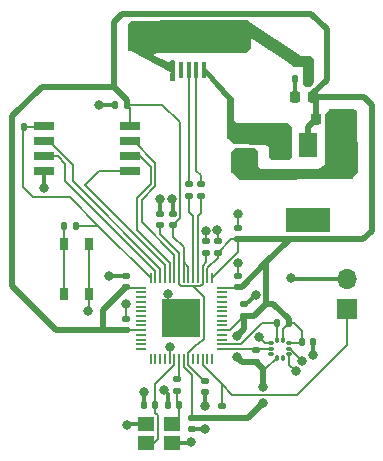
<source format=gbr>
%TF.GenerationSoftware,KiCad,Pcbnew,7.0.8*%
%TF.CreationDate,2024-09-28T20:52:04-07:00*%
%TF.ProjectId,proves_pcb_challenge,70726f76-6573-45f7-9063-625f6368616c,rev?*%
%TF.SameCoordinates,Original*%
%TF.FileFunction,Copper,L1,Top*%
%TF.FilePolarity,Positive*%
%FSLAX46Y46*%
G04 Gerber Fmt 4.6, Leading zero omitted, Abs format (unit mm)*
G04 Created by KiCad (PCBNEW 7.0.8) date 2024-09-28 20:52:04*
%MOMM*%
%LPD*%
G01*
G04 APERTURE LIST*
G04 Aperture macros list*
%AMRoundRect*
0 Rectangle with rounded corners*
0 $1 Rounding radius*
0 $2 $3 $4 $5 $6 $7 $8 $9 X,Y pos of 4 corners*
0 Add a 4 corners polygon primitive as box body*
4,1,4,$2,$3,$4,$5,$6,$7,$8,$9,$2,$3,0*
0 Add four circle primitives for the rounded corners*
1,1,$1+$1,$2,$3*
1,1,$1+$1,$4,$5*
1,1,$1+$1,$6,$7*
1,1,$1+$1,$8,$9*
0 Add four rect primitives between the rounded corners*
20,1,$1+$1,$2,$3,$4,$5,0*
20,1,$1+$1,$4,$5,$6,$7,0*
20,1,$1+$1,$6,$7,$8,$9,0*
20,1,$1+$1,$8,$9,$2,$3,0*%
G04 Aperture macros list end*
%TA.AperFunction,SMDPad,CuDef*%
%ADD10RoundRect,0.135000X-0.185000X0.135000X-0.185000X-0.135000X0.185000X-0.135000X0.185000X0.135000X0*%
%TD*%
%TA.AperFunction,SMDPad,CuDef*%
%ADD11RoundRect,0.135000X-0.135000X-0.185000X0.135000X-0.185000X0.135000X0.185000X-0.135000X0.185000X0*%
%TD*%
%TA.AperFunction,SMDPad,CuDef*%
%ADD12RoundRect,0.135000X0.135000X0.185000X-0.135000X0.185000X-0.135000X-0.185000X0.135000X-0.185000X0*%
%TD*%
%TA.AperFunction,SMDPad,CuDef*%
%ADD13RoundRect,0.135000X0.185000X-0.135000X0.185000X0.135000X-0.185000X0.135000X-0.185000X-0.135000X0*%
%TD*%
%TA.AperFunction,SMDPad,CuDef*%
%ADD14RoundRect,0.140000X0.170000X-0.140000X0.170000X0.140000X-0.170000X0.140000X-0.170000X-0.140000X0*%
%TD*%
%TA.AperFunction,ComponentPad*%
%ADD15R,1.700000X1.700000*%
%TD*%
%TA.AperFunction,ComponentPad*%
%ADD16O,1.700000X1.700000*%
%TD*%
%TA.AperFunction,SMDPad,CuDef*%
%ADD17R,0.650000X1.050000*%
%TD*%
%TA.AperFunction,SMDPad,CuDef*%
%ADD18RoundRect,0.225000X-0.225000X-0.250000X0.225000X-0.250000X0.225000X0.250000X-0.225000X0.250000X0*%
%TD*%
%TA.AperFunction,SMDPad,CuDef*%
%ADD19R,1.700000X0.650000*%
%TD*%
%TA.AperFunction,SMDPad,CuDef*%
%ADD20RoundRect,0.087500X-0.087500X0.125000X-0.087500X-0.125000X0.087500X-0.125000X0.087500X0.125000X0*%
%TD*%
%TA.AperFunction,SMDPad,CuDef*%
%ADD21RoundRect,0.087500X-0.125000X0.087500X-0.125000X-0.087500X0.125000X-0.087500X0.125000X0.087500X0*%
%TD*%
%TA.AperFunction,SMDPad,CuDef*%
%ADD22RoundRect,0.140000X0.140000X0.170000X-0.140000X0.170000X-0.140000X-0.170000X0.140000X-0.170000X0*%
%TD*%
%TA.AperFunction,SMDPad,CuDef*%
%ADD23RoundRect,0.140000X-0.170000X0.140000X-0.170000X-0.140000X0.170000X-0.140000X0.170000X0.140000X0*%
%TD*%
%TA.AperFunction,SMDPad,CuDef*%
%ADD24RoundRect,0.218750X-0.218750X-0.256250X0.218750X-0.256250X0.218750X0.256250X-0.218750X0.256250X0*%
%TD*%
%TA.AperFunction,SMDPad,CuDef*%
%ADD25RoundRect,0.225000X-0.250000X0.225000X-0.250000X-0.225000X0.250000X-0.225000X0.250000X0.225000X0*%
%TD*%
%TA.AperFunction,SMDPad,CuDef*%
%ADD26R,1.400000X1.200000*%
%TD*%
%TA.AperFunction,SMDPad,CuDef*%
%ADD27R,0.400000X1.400000*%
%TD*%
%TA.AperFunction,SMDPad,CuDef*%
%ADD28R,2.300000X1.900000*%
%TD*%
%TA.AperFunction,SMDPad,CuDef*%
%ADD29R,1.800000X1.900000*%
%TD*%
%TA.AperFunction,SMDPad,CuDef*%
%ADD30RoundRect,0.140000X-0.140000X-0.170000X0.140000X-0.170000X0.140000X0.170000X-0.140000X0.170000X0*%
%TD*%
%TA.AperFunction,SMDPad,CuDef*%
%ADD31R,1.500000X2.000000*%
%TD*%
%TA.AperFunction,SMDPad,CuDef*%
%ADD32R,3.800000X2.000000*%
%TD*%
%TA.AperFunction,SMDPad,CuDef*%
%ADD33RoundRect,0.050000X-0.387500X-0.050000X0.387500X-0.050000X0.387500X0.050000X-0.387500X0.050000X0*%
%TD*%
%TA.AperFunction,SMDPad,CuDef*%
%ADD34RoundRect,0.050000X-0.050000X-0.387500X0.050000X-0.387500X0.050000X0.387500X-0.050000X0.387500X0*%
%TD*%
%TA.AperFunction,SMDPad,CuDef*%
%ADD35R,3.200000X3.200000*%
%TD*%
%TA.AperFunction,ViaPad*%
%ADD36C,0.800000*%
%TD*%
%TA.AperFunction,Conductor*%
%ADD37C,0.300000*%
%TD*%
%TA.AperFunction,Conductor*%
%ADD38C,0.200000*%
%TD*%
%TA.AperFunction,Conductor*%
%ADD39C,0.500000*%
%TD*%
G04 APERTURE END LIST*
D10*
%TO.P,R8,1*%
%TO.N,/RUN*%
X137400000Y-109900000D03*
%TO.P,R8,2*%
%TO.N,+3V3*%
X137400000Y-110920000D03*
%TD*%
D11*
%TO.P,R9,1*%
%TO.N,Net-(R9-Pad1)*%
X124080000Y-94700000D03*
%TO.P,R9,2*%
%TO.N,/QSPI_SS*%
X125100000Y-94700000D03*
%TD*%
D12*
%TO.P,R1,1*%
%TO.N,GND*%
X144620000Y-82200000D03*
%TO.P,R1,2*%
%TO.N,Net-(D1-K)*%
X143600000Y-82200000D03*
%TD*%
D13*
%TO.P,R3,1*%
%TO.N,Net-(C16-Pad2)*%
X133600000Y-108620000D03*
%TO.P,R3,2*%
%TO.N,/XOUT*%
X133600000Y-107600000D03*
%TD*%
D14*
%TO.P,C13,1*%
%TO.N,+3V3*%
X138800000Y-99860000D03*
%TO.P,C13,2*%
%TO.N,GND*%
X138800000Y-98900000D03*
%TD*%
D15*
%TO.P,J3,1,Pin_1*%
%TO.N,/RUN*%
X148000000Y-101740000D03*
D16*
%TO.P,J3,2,Pin_2*%
%TO.N,GND*%
X148000000Y-99200000D03*
%TD*%
D10*
%TO.P,R6,1*%
%TO.N,/GPIO18(SDA)*%
X140300000Y-105200000D03*
%TO.P,R6,2*%
%TO.N,+3V3*%
X140300000Y-106220000D03*
%TD*%
%TO.P,R5,1*%
%TO.N,/USB_D+*%
X134630000Y-91150000D03*
%TO.P,R5,2*%
%TO.N,Net-(U2-USB_DP)*%
X134630000Y-92170000D03*
%TD*%
D17*
%TO.P,SW1,1,1*%
%TO.N,GND*%
X126200000Y-96250000D03*
X126200000Y-100400000D03*
%TO.P,SW1,2,2*%
%TO.N,Net-(R9-Pad1)*%
X124050000Y-96250000D03*
X124050000Y-100400000D03*
%TD*%
D14*
%TO.P,C3,1*%
%TO.N,+1V1*%
X136080000Y-96930000D03*
%TO.P,C3,2*%
%TO.N,GND*%
X136080000Y-95970000D03*
%TD*%
D18*
%TO.P,C2,1*%
%TO.N,+3V3*%
X145400000Y-85600000D03*
%TO.P,C2,2*%
%TO.N,GND*%
X146950000Y-85600000D03*
%TD*%
D14*
%TO.P,C8,1*%
%TO.N,+3V3*%
X139300000Y-102280000D03*
%TO.P,C8,2*%
%TO.N,GND*%
X139300000Y-101320000D03*
%TD*%
D19*
%TO.P,U3,1,~{CS}*%
%TO.N,/QSPI_SS*%
X122350000Y-86250000D03*
%TO.P,U3,2,D0(IO1)*%
%TO.N,/QSPI_SD1*%
X122350000Y-87520000D03*
%TO.P,U3,3,IO2*%
%TO.N,/QSPI_SD2*%
X122350000Y-88790000D03*
%TO.P,U3,4,GND*%
%TO.N,GND*%
X122350000Y-90060000D03*
%TO.P,U3,5,D1(IO0)*%
%TO.N,/QSPI_SDO*%
X129650000Y-90060000D03*
%TO.P,U3,6,CLK*%
%TO.N,/QSPI_SCLK*%
X129650000Y-88790000D03*
%TO.P,U3,7,IO3*%
%TO.N,/QSPI_SD3*%
X129650000Y-87520000D03*
%TO.P,U3,8,VCC*%
%TO.N,+3V3*%
X129650000Y-86250000D03*
%TD*%
D20*
%TO.P,U4,1,Vdd_IO*%
%TO.N,+3V3*%
X142600000Y-104300000D03*
%TO.P,U4,2,SCL*%
%TO.N,/GPIO19(SCL)*%
X142100000Y-104300000D03*
D21*
%TO.P,U4,3,RES*%
%TO.N,GND*%
X141587500Y-104562500D03*
%TO.P,U4,4,SDA*%
%TO.N,/GPIO18(SDA)*%
X141587500Y-105062500D03*
%TO.P,U4,5,SA0*%
%TO.N,unconnected-(U4-SA0-Pad5)*%
X141587500Y-105562500D03*
D20*
%TO.P,U4,6,~{CS}*%
%TO.N,+3V3*%
X142100000Y-105825000D03*
%TO.P,U4,7,INT_DRDY*%
%TO.N,unconnected-(U4-INT_DRDY-Pad7)*%
X142600000Y-105825000D03*
D21*
%TO.P,U4,8,GND*%
%TO.N,GND*%
X143112500Y-105562500D03*
%TO.P,U4,9,GND*%
X143112500Y-105062500D03*
%TO.P,U4,10,VDD*%
%TO.N,+3V3*%
X143112500Y-104562500D03*
%TD*%
D14*
%TO.P,C6,1*%
%TO.N,+3V3*%
X137080000Y-96930000D03*
%TO.P,C6,2*%
%TO.N,GND*%
X137080000Y-95970000D03*
%TD*%
D22*
%TO.P,C14,1*%
%TO.N,+3V3*%
X129380000Y-84400000D03*
%TO.P,C14,2*%
%TO.N,GND*%
X128420000Y-84400000D03*
%TD*%
D23*
%TO.P,C5,1*%
%TO.N,+1V1*%
X136000000Y-107800000D03*
%TO.P,C5,2*%
%TO.N,GND*%
X136000000Y-108760000D03*
%TD*%
D14*
%TO.P,C12,1*%
%TO.N,+3V3*%
X138800000Y-95800000D03*
%TO.P,C12,2*%
%TO.N,GND*%
X138800000Y-94840000D03*
%TD*%
D24*
%TO.P,D1,1,K*%
%TO.N,Net-(D1-K)*%
X143600000Y-83800000D03*
%TO.P,D1,2,A*%
%TO.N,+3V3*%
X145175000Y-83800000D03*
%TD*%
D12*
%TO.P,R2,1*%
%TO.N,/QSPI_SS*%
X120710000Y-86300000D03*
%TO.P,R2,2*%
%TO.N,+3V3*%
X119690000Y-86300000D03*
%TD*%
D14*
%TO.P,C11,1*%
%TO.N,+3V3*%
X129300000Y-99880000D03*
%TO.P,C11,2*%
%TO.N,GND*%
X129300000Y-98920000D03*
%TD*%
D11*
%TO.P,R7,1*%
%TO.N,/GPIO19(SCL)*%
X142080000Y-102900000D03*
%TO.P,R7,2*%
%TO.N,+3V3*%
X143100000Y-102900000D03*
%TD*%
D10*
%TO.P,R4,1*%
%TO.N,/USB_D-*%
X135630000Y-91150000D03*
%TO.P,R4,2*%
%TO.N,Net-(U2-USB_DM)*%
X135630000Y-92170000D03*
%TD*%
D25*
%TO.P,C1,1*%
%TO.N,VBUS*%
X139300000Y-87200000D03*
%TO.P,C1,2*%
%TO.N,GND*%
X139300000Y-88750000D03*
%TD*%
D14*
%TO.P,C7,1*%
%TO.N,+3V3*%
X133300000Y-94600000D03*
%TO.P,C7,2*%
%TO.N,GND*%
X133300000Y-93640000D03*
%TD*%
D26*
%TO.P,Y1,1,1*%
%TO.N,/XIN*%
X131000000Y-113050000D03*
%TO.P,Y1,2,2*%
%TO.N,GND*%
X133200000Y-113050000D03*
%TO.P,Y1,3,3*%
%TO.N,Net-(C16-Pad2)*%
X133200000Y-111450000D03*
%TO.P,Y1,4,4*%
%TO.N,GND*%
X131000000Y-111450000D03*
%TD*%
D27*
%TO.P,J1,1,VBUS*%
%TO.N,VBUS*%
X135920000Y-81490000D03*
%TO.P,J1,2,D-*%
%TO.N,/USB_D-*%
X135270000Y-81490000D03*
%TO.P,J1,3,D+*%
%TO.N,/USB_D+*%
X134620000Y-81490000D03*
%TO.P,J1,4,ID*%
%TO.N,unconnected-(J1-ID-Pad4)*%
X133970000Y-81490000D03*
%TO.P,J1,5,GND*%
%TO.N,GND*%
X133320000Y-81490000D03*
D28*
%TO.P,J1,6,Shield*%
X138370000Y-78640000D03*
D29*
X135770000Y-78640000D03*
X133470000Y-78640000D03*
D28*
X130870000Y-78640000D03*
%TD*%
D14*
%TO.P,C10,1*%
%TO.N,+3V3*%
X129300000Y-103480000D03*
%TO.P,C10,2*%
%TO.N,GND*%
X129300000Y-102520000D03*
%TD*%
%TO.P,C4,1*%
%TO.N,+1V1*%
X132200000Y-94600000D03*
%TO.P,C4,2*%
%TO.N,GND*%
X132200000Y-93640000D03*
%TD*%
D30*
%TO.P,C18,1*%
%TO.N,+3V3*%
X144175000Y-104475000D03*
%TO.P,C18,2*%
%TO.N,GND*%
X145135000Y-104475000D03*
%TD*%
D31*
%TO.P,U1,1,GND*%
%TO.N,GND*%
X147000000Y-87850000D03*
%TO.P,U1,2,VO*%
%TO.N,+3V3*%
X144700000Y-87850000D03*
%TO.P,U1,3,Vi*%
%TO.N,VBUS*%
X142400000Y-87850000D03*
D32*
%TO.P,U1,4,NC*%
%TO.N,unconnected-(U1-NC-Pad4)*%
X144700000Y-94150000D03*
%TD*%
D30*
%TO.P,C15,1*%
%TO.N,GND*%
X130840000Y-109800000D03*
%TO.P,C15,2*%
%TO.N,/XIN*%
X131800000Y-109800000D03*
%TD*%
D23*
%TO.P,C9,1*%
%TO.N,+3V3*%
X134900000Y-110900000D03*
%TO.P,C9,2*%
%TO.N,GND*%
X134900000Y-111860000D03*
%TD*%
D30*
%TO.P,C16,1*%
%TO.N,GND*%
X132840000Y-109800000D03*
%TO.P,C16,2*%
%TO.N,Net-(C16-Pad2)*%
X133800000Y-109800000D03*
%TD*%
D33*
%TO.P,U2,1,IOVDD*%
%TO.N,+3V3*%
X130562500Y-99900000D03*
%TO.P,U2,2,GPIO0*%
%TO.N,unconnected-(U2-GPIO0-Pad2)*%
X130562500Y-100300000D03*
%TO.P,U2,3,GPIO1*%
%TO.N,unconnected-(U2-GPIO1-Pad3)*%
X130562500Y-100700000D03*
%TO.P,U2,4,GPIO2*%
%TO.N,unconnected-(U2-GPIO2-Pad4)*%
X130562500Y-101100000D03*
%TO.P,U2,5,GPIO3*%
%TO.N,unconnected-(U2-GPIO3-Pad5)*%
X130562500Y-101500000D03*
%TO.P,U2,6,GPIO4*%
%TO.N,unconnected-(U2-GPIO4-Pad6)*%
X130562500Y-101900000D03*
%TO.P,U2,7,GPIO5*%
%TO.N,unconnected-(U2-GPIO5-Pad7)*%
X130562500Y-102300000D03*
%TO.P,U2,8,GPIO6*%
%TO.N,unconnected-(U2-GPIO6-Pad8)*%
X130562500Y-102700000D03*
%TO.P,U2,9,GPIO7*%
%TO.N,unconnected-(U2-GPIO7-Pad9)*%
X130562500Y-103100000D03*
%TO.P,U2,10,IOVDD*%
%TO.N,+3V3*%
X130562500Y-103500000D03*
%TO.P,U2,11,GPIO8*%
%TO.N,unconnected-(U2-GPIO8-Pad11)*%
X130562500Y-103900000D03*
%TO.P,U2,12,GPIO9*%
%TO.N,unconnected-(U2-GPIO9-Pad12)*%
X130562500Y-104300000D03*
%TO.P,U2,13,GPIO10*%
%TO.N,unconnected-(U2-GPIO10-Pad13)*%
X130562500Y-104700000D03*
%TO.P,U2,14,GPIO11*%
%TO.N,unconnected-(U2-GPIO11-Pad14)*%
X130562500Y-105100000D03*
D34*
%TO.P,U2,15,GPIO12*%
%TO.N,unconnected-(U2-GPIO12-Pad15)*%
X131400000Y-105937500D03*
%TO.P,U2,16,GPIO13*%
%TO.N,unconnected-(U2-GPIO13-Pad16)*%
X131800000Y-105937500D03*
%TO.P,U2,17,GPIO14*%
%TO.N,unconnected-(U2-GPIO14-Pad17)*%
X132200000Y-105937500D03*
%TO.P,U2,18,GPIO15*%
%TO.N,unconnected-(U2-GPIO15-Pad18)*%
X132600000Y-105937500D03*
%TO.P,U2,19,TESTEN*%
%TO.N,GND*%
X133000000Y-105937500D03*
%TO.P,U2,20,XIN*%
%TO.N,/XIN*%
X133400000Y-105937500D03*
%TO.P,U2,21,XOUT*%
%TO.N,/XOUT*%
X133800000Y-105937500D03*
%TO.P,U2,22,IOVDD*%
%TO.N,+3V3*%
X134200000Y-105937500D03*
%TO.P,U2,23,DVDD*%
%TO.N,+1V1*%
X134600000Y-105937500D03*
%TO.P,U2,24,SWCLK*%
%TO.N,unconnected-(U2-SWCLK-Pad24)*%
X135000000Y-105937500D03*
%TO.P,U2,25,SWD*%
%TO.N,unconnected-(U2-SWD-Pad25)*%
X135400000Y-105937500D03*
%TO.P,U2,26,RUN*%
%TO.N,/RUN*%
X135800000Y-105937500D03*
%TO.P,U2,27,GPIO16*%
%TO.N,unconnected-(U2-GPIO16-Pad27)*%
X136200000Y-105937500D03*
%TO.P,U2,28,GPIO17*%
%TO.N,unconnected-(U2-GPIO17-Pad28)*%
X136600000Y-105937500D03*
D33*
%TO.P,U2,29,GPIO18*%
%TO.N,/GPIO18(SDA)*%
X137437500Y-105100000D03*
%TO.P,U2,30,GPIO19*%
%TO.N,/GPIO19(SCL)*%
X137437500Y-104700000D03*
%TO.P,U2,31,GPIO20*%
%TO.N,unconnected-(U2-GPIO20-Pad31)*%
X137437500Y-104300000D03*
%TO.P,U2,32,GPIO21*%
%TO.N,unconnected-(U2-GPIO21-Pad32)*%
X137437500Y-103900000D03*
%TO.P,U2,33,IOVDD*%
%TO.N,+3V3*%
X137437500Y-103500000D03*
%TO.P,U2,34,GPIO22*%
%TO.N,unconnected-(U2-GPIO22-Pad34)*%
X137437500Y-103100000D03*
%TO.P,U2,35,GPIO23*%
%TO.N,unconnected-(U2-GPIO23-Pad35)*%
X137437500Y-102700000D03*
%TO.P,U2,36,GPIO24*%
%TO.N,unconnected-(U2-GPIO24-Pad36)*%
X137437500Y-102300000D03*
%TO.P,U2,37,GPIO25*%
%TO.N,unconnected-(U2-GPIO25-Pad37)*%
X137437500Y-101900000D03*
%TO.P,U2,38,GPIO26_ADC0*%
%TO.N,unconnected-(U2-GPIO26_ADC0-Pad38)*%
X137437500Y-101500000D03*
%TO.P,U2,39,GPIO27_ADC1*%
%TO.N,unconnected-(U2-GPIO27_ADC1-Pad39)*%
X137437500Y-101100000D03*
%TO.P,U2,40,GPIO28_ADC2*%
%TO.N,unconnected-(U2-GPIO28_ADC2-Pad40)*%
X137437500Y-100700000D03*
%TO.P,U2,41,GPIO29_ADC3*%
%TO.N,unconnected-(U2-GPIO29_ADC3-Pad41)*%
X137437500Y-100300000D03*
%TO.P,U2,42,IOVDD*%
%TO.N,+3V3*%
X137437500Y-99900000D03*
D34*
%TO.P,U2,43,ADC_IOVDD*%
X136600000Y-99062500D03*
%TO.P,U2,44,VREG_IOVDD*%
X136200000Y-99062500D03*
%TO.P,U2,45,VREG_VOUT*%
%TO.N,+1V1*%
X135800000Y-99062500D03*
%TO.P,U2,46,USB_DM*%
%TO.N,Net-(U2-USB_DM)*%
X135400000Y-99062500D03*
%TO.P,U2,47,USB_DP*%
%TO.N,Net-(U2-USB_DP)*%
X135000000Y-99062500D03*
%TO.P,U2,48,USB_IOVDD*%
%TO.N,+3V3*%
X134600000Y-99062500D03*
%TO.P,U2,49,IOVDD*%
X134200000Y-99062500D03*
%TO.P,U2,50,DVDD*%
%TO.N,+1V1*%
X133800000Y-99062500D03*
%TO.P,U2,51,QSPI_SD3*%
%TO.N,/QSPI_SD3*%
X133400000Y-99062500D03*
%TO.P,U2,52,QSPI_SCLK*%
%TO.N,/QSPI_SCLK*%
X133000000Y-99062500D03*
%TO.P,U2,53,QSPI_SD0*%
%TO.N,/QSPI_SDO*%
X132600000Y-99062500D03*
%TO.P,U2,54,QSPI_SD2*%
%TO.N,/QSPI_SD1*%
X132200000Y-99062500D03*
%TO.P,U2,55,QSPI_SD1*%
%TO.N,/QSPI_SD2*%
X131800000Y-99062500D03*
%TO.P,U2,56,QSPI_SS*%
%TO.N,/QSPI_SS*%
X131400000Y-99062500D03*
D35*
%TO.P,U2,57,VSS*%
%TO.N,GND*%
X134000000Y-102500000D03*
%TD*%
D36*
%TO.N,GND*%
X133000000Y-104950000D03*
X134800000Y-113000000D03*
X143275000Y-99125000D03*
X129300000Y-101300000D03*
X133210500Y-92400000D03*
X137050000Y-95050000D03*
X127900000Y-98900000D03*
X132900000Y-100450000D03*
X144700000Y-80900000D03*
X136100000Y-95100000D03*
X129400000Y-111500000D03*
X122400000Y-91500500D03*
X144225000Y-106100000D03*
X130800000Y-108700000D03*
X138825872Y-97825872D03*
X147100000Y-89600000D03*
X145150000Y-105600000D03*
X132200000Y-92400000D03*
X126100000Y-101900000D03*
X140600000Y-104100000D03*
X136000000Y-109900000D03*
X140300000Y-100500000D03*
X143675000Y-107000000D03*
X138800000Y-93700000D03*
X136000000Y-111900000D03*
X139300000Y-90000000D03*
X127000000Y-84400000D03*
X132499500Y-108600000D03*
X148400000Y-85600000D03*
%TO.N,+3V3*%
X140900000Y-108300500D03*
X138710403Y-104000500D03*
X140900000Y-109700000D03*
X138700000Y-105799500D03*
%TD*%
D37*
%TO.N,GND*%
X139300000Y-101320000D02*
X139480000Y-101320000D01*
X130840000Y-109800000D02*
X130840000Y-108740000D01*
D38*
X137080000Y-95970000D02*
X137080000Y-95080000D01*
D37*
X130840000Y-108740000D02*
X130800000Y-108700000D01*
X139480000Y-101320000D02*
X140300000Y-100500000D01*
X148000000Y-99200000D02*
X143350000Y-99200000D01*
D38*
X136080000Y-95970000D02*
X136080000Y-95120000D01*
D37*
X132840000Y-108940500D02*
X132499500Y-108600000D01*
D38*
X143112500Y-105062500D02*
X143187500Y-105062500D01*
X138800000Y-98900000D02*
X138800000Y-97851744D01*
X141062500Y-104562500D02*
X141587500Y-104562500D01*
D37*
X128420000Y-84400000D02*
X127000000Y-84400000D01*
X143350000Y-99200000D02*
X143275000Y-99125000D01*
X134900000Y-111860000D02*
X135960000Y-111860000D01*
X122350000Y-90060000D02*
X122350000Y-91450500D01*
D38*
X126050000Y-101850000D02*
X126100000Y-101900000D01*
X138800000Y-97851744D02*
X138825872Y-97825872D01*
D37*
X133200000Y-113050000D02*
X134750000Y-113050000D01*
X133300000Y-93640000D02*
X133300000Y-92489500D01*
X134750000Y-113050000D02*
X134800000Y-113000000D01*
X145135000Y-105585000D02*
X145150000Y-105600000D01*
X132840000Y-109800000D02*
X132840000Y-108940500D01*
X129450000Y-111450000D02*
X129400000Y-111500000D01*
D38*
X141062500Y-104562500D02*
X140600000Y-104100000D01*
X129300000Y-102520000D02*
X129300000Y-101300000D01*
X138800000Y-94840000D02*
X138800000Y-93700000D01*
D37*
X135960000Y-111860000D02*
X136000000Y-111900000D01*
D38*
X126200000Y-101800000D02*
X126100000Y-101900000D01*
D37*
X133300000Y-92489500D02*
X133210500Y-92400000D01*
D38*
X134000000Y-102500000D02*
X132900000Y-101400000D01*
X132900000Y-101400000D02*
X132900000Y-100450000D01*
D37*
X136000000Y-108760000D02*
X136000000Y-109900000D01*
D38*
X137080000Y-95080000D02*
X137050000Y-95050000D01*
X126200000Y-96250000D02*
X126200000Y-100400000D01*
D37*
X131000000Y-111450000D02*
X129450000Y-111450000D01*
X127920000Y-98920000D02*
X127900000Y-98900000D01*
X129300000Y-98920000D02*
X127920000Y-98920000D01*
D38*
X126200000Y-100400000D02*
X126200000Y-101800000D01*
D37*
X122350000Y-91450500D02*
X122400000Y-91500500D01*
D38*
X136080000Y-95120000D02*
X136100000Y-95100000D01*
X143112500Y-106437500D02*
X143675000Y-107000000D01*
D37*
X132200000Y-93640000D02*
X132200000Y-92400000D01*
D38*
X133000000Y-105937500D02*
X133000000Y-104950000D01*
X143187500Y-105062500D02*
X144225000Y-106100000D01*
X143112500Y-105562500D02*
X143112500Y-106437500D01*
D37*
X145135000Y-104475000D02*
X145135000Y-105585000D01*
D38*
%TO.N,+3V3*%
X129320000Y-99900000D02*
X129300000Y-99880000D01*
D39*
X141200000Y-97770000D02*
X141200000Y-101270000D01*
D38*
X143500000Y-102900000D02*
X144175000Y-103575000D01*
D39*
X141200000Y-101270000D02*
X141790000Y-101270000D01*
D38*
X130562500Y-99900000D02*
X129320000Y-99900000D01*
D39*
X145175000Y-83425000D02*
X146300000Y-82300000D01*
X119690000Y-99790000D02*
X123380000Y-103480000D01*
D38*
X134200000Y-96500000D02*
X133300000Y-95600000D01*
D39*
X140880000Y-108280500D02*
X140900000Y-108300500D01*
X146300000Y-78000000D02*
X145000000Y-76700000D01*
X123380000Y-103480000D02*
X127400000Y-103480000D01*
D38*
X134600000Y-98150000D02*
X134200000Y-97750000D01*
X136200000Y-99062500D02*
X136200000Y-98250000D01*
X140880000Y-106800000D02*
X141125000Y-106800000D01*
X132400000Y-84400000D02*
X129380000Y-84400000D01*
D39*
X140880000Y-106800000D02*
X140300000Y-106220000D01*
X144700000Y-86300000D02*
X145400000Y-85600000D01*
D38*
X137437500Y-103500000D02*
X138080000Y-103500000D01*
X133300000Y-95600000D02*
X133300000Y-94600000D01*
X141125000Y-106800000D02*
X142100000Y-105825000D01*
D39*
X139110000Y-99860000D02*
X138800000Y-99860000D01*
X138700000Y-105799500D02*
X139120500Y-106220000D01*
X129380000Y-83980000D02*
X129380000Y-84400000D01*
X140880000Y-106800000D02*
X140880000Y-108280500D01*
X128300000Y-82900000D02*
X129380000Y-83980000D01*
X145400000Y-85600000D02*
X145400000Y-84025000D01*
X141790000Y-101270000D02*
X143100000Y-102580000D01*
D38*
X143100000Y-102900000D02*
X143500000Y-102900000D01*
D39*
X122200000Y-82900000D02*
X119690000Y-85410000D01*
X143125000Y-95800000D02*
X138800000Y-95800000D01*
D38*
X129300000Y-103480000D02*
X129320000Y-103500000D01*
D39*
X139680000Y-110920000D02*
X137400000Y-110920000D01*
X140190000Y-102280000D02*
X139300000Y-102280000D01*
X146300000Y-82300000D02*
X146300000Y-78000000D01*
X129000000Y-76700000D02*
X128300000Y-77400000D01*
X122200000Y-82900000D02*
X128300000Y-82900000D01*
X143125000Y-95845000D02*
X141200000Y-97770000D01*
D38*
X134200000Y-106635659D02*
X134900000Y-107335659D01*
D39*
X141200000Y-101270000D02*
X140190000Y-102280000D01*
D38*
X138800000Y-95800000D02*
X138800000Y-96862500D01*
X144175000Y-103575000D02*
X144175000Y-104475000D01*
X137080000Y-97370000D02*
X137080000Y-96930000D01*
X138800000Y-95800000D02*
X138210000Y-95800000D01*
X129650000Y-86250000D02*
X129650000Y-84670000D01*
D39*
X139300000Y-103410903D02*
X138710403Y-104000500D01*
X140900000Y-109700000D02*
X139680000Y-110920000D01*
D38*
X133910000Y-85910000D02*
X132400000Y-84400000D01*
X136200000Y-98250000D02*
X137080000Y-97370000D01*
X134200000Y-106635659D02*
X134200000Y-105937500D01*
X134600000Y-99062500D02*
X134600000Y-98150000D01*
D39*
X150100000Y-84400000D02*
X150100000Y-95100000D01*
X137400000Y-110920000D02*
X134920000Y-110920000D01*
D38*
X129650000Y-84670000D02*
X129380000Y-84400000D01*
D39*
X119690000Y-86300000D02*
X119690000Y-99790000D01*
D38*
X142600000Y-103400000D02*
X142600000Y-104300000D01*
X138080000Y-103500000D02*
X139300000Y-102280000D01*
X129320000Y-103500000D02*
X130562500Y-103500000D01*
X138210000Y-95800000D02*
X137080000Y-96930000D01*
D39*
X139300000Y-102280000D02*
X139300000Y-103410903D01*
D38*
X133300000Y-94600000D02*
X133910000Y-93990000D01*
X138800000Y-96862500D02*
X136600000Y-99062500D01*
D39*
X119690000Y-85410000D02*
X119690000Y-86300000D01*
X128300000Y-77400000D02*
X128300000Y-82900000D01*
X127400000Y-103480000D02*
X129300000Y-103480000D01*
X149500000Y-83800000D02*
X150100000Y-84400000D01*
D38*
X134900000Y-107335659D02*
X134900000Y-110900000D01*
X144087500Y-104562500D02*
X144175000Y-104475000D01*
D39*
X143125000Y-95800000D02*
X143125000Y-95845000D01*
X144700000Y-87850000D02*
X144700000Y-86300000D01*
D38*
X133910000Y-93990000D02*
X133910000Y-85910000D01*
X143112500Y-104562500D02*
X144087500Y-104562500D01*
D39*
X145175000Y-83800000D02*
X149500000Y-83800000D01*
D38*
X138760000Y-99900000D02*
X138800000Y-99860000D01*
D39*
X145000000Y-76700000D02*
X129000000Y-76700000D01*
X141200000Y-97770000D02*
X139110000Y-99860000D01*
D38*
X134200000Y-99062500D02*
X134200000Y-97750000D01*
D39*
X150100000Y-95100000D02*
X149400000Y-95800000D01*
X127400000Y-103480000D02*
X127400000Y-101780000D01*
D38*
X142600000Y-103400000D02*
X143100000Y-102900000D01*
D39*
X143100000Y-102580000D02*
X143100000Y-102900000D01*
X127400000Y-101780000D02*
X129300000Y-99880000D01*
X145400000Y-84025000D02*
X145175000Y-83800000D01*
D38*
X134200000Y-97750000D02*
X134200000Y-96500000D01*
X137437500Y-99900000D02*
X138760000Y-99900000D01*
D39*
X139120500Y-106220000D02*
X140300000Y-106220000D01*
X149400000Y-95800000D02*
X143125000Y-95800000D01*
X134920000Y-110920000D02*
X134900000Y-110900000D01*
X145175000Y-83800000D02*
X145175000Y-83425000D01*
D38*
%TO.N,+1V1*%
X134600000Y-106469974D02*
X135930026Y-107800000D01*
X133800000Y-99594974D02*
X133800000Y-99062500D01*
X134600000Y-105937500D02*
X134600000Y-105405026D01*
X133800000Y-96950000D02*
X132200000Y-95350000D01*
X135594974Y-99800000D02*
X135000000Y-99800000D01*
X135900000Y-104224264D02*
X135900000Y-100700000D01*
X135424264Y-104700000D02*
X135900000Y-104224264D01*
X132200000Y-95350000D02*
X132200000Y-94600000D01*
X135800000Y-99062500D02*
X135800000Y-99594974D01*
X135305026Y-104700000D02*
X135424264Y-104700000D01*
X134600000Y-105937500D02*
X134600000Y-106469974D01*
X135800000Y-99594974D02*
X135594974Y-99800000D01*
X135000000Y-99800000D02*
X134005026Y-99800000D01*
X135900000Y-100700000D02*
X135000000Y-99800000D01*
X135800000Y-99062500D02*
X135800000Y-98050000D01*
X135930026Y-107800000D02*
X136000000Y-107800000D01*
X133800000Y-99062500D02*
X133800000Y-96950000D01*
X134005026Y-99800000D02*
X133800000Y-99594974D01*
X136080000Y-97770000D02*
X136080000Y-96930000D01*
X134600000Y-105405026D02*
X135305026Y-104700000D01*
X135800000Y-98050000D02*
X136080000Y-97770000D01*
%TO.N,/XIN*%
X131800000Y-108069974D02*
X131800000Y-109800000D01*
X132000000Y-110725736D02*
X132000000Y-112750000D01*
X131800000Y-110525736D02*
X132000000Y-110725736D01*
X131800000Y-109800000D02*
X131800000Y-110525736D01*
X132000000Y-112750000D02*
X131700000Y-113050000D01*
X133400000Y-105937500D02*
X133400000Y-106469974D01*
X131700000Y-113050000D02*
X131000000Y-113050000D01*
X133400000Y-106469974D02*
X131800000Y-108069974D01*
%TO.N,Net-(C16-Pad2)*%
X133800000Y-109800000D02*
X133800000Y-110850000D01*
X133600000Y-109600000D02*
X133800000Y-109800000D01*
X133800000Y-110850000D02*
X133200000Y-111450000D01*
X133600000Y-108620000D02*
X133600000Y-109600000D01*
%TO.N,/USB_D-*%
X135270000Y-90020000D02*
X135630000Y-90380000D01*
X135270000Y-81490000D02*
X135270000Y-90020000D01*
X135630000Y-90380000D02*
X135630000Y-91150000D01*
%TO.N,/USB_D+*%
X134620000Y-81490000D02*
X134620000Y-91140000D01*
X134620000Y-91140000D02*
X134630000Y-91150000D01*
%TO.N,/RUN*%
X135800000Y-106469974D02*
X137415013Y-108084987D01*
X143800000Y-109000000D02*
X148000000Y-104800000D01*
X138330026Y-109000000D02*
X143800000Y-109000000D01*
X135800000Y-105937500D02*
X135800000Y-106469974D01*
X148000000Y-104800000D02*
X148000000Y-101740000D01*
X137415013Y-108084987D02*
X138330026Y-109000000D01*
X137400000Y-109900000D02*
X137400000Y-108100000D01*
X137400000Y-108100000D02*
X137415013Y-108084987D01*
%TO.N,/QSPI_SS*%
X122270000Y-86170000D02*
X122350000Y-86250000D01*
X131400000Y-99062500D02*
X127068750Y-94731250D01*
X122300000Y-86300000D02*
X122350000Y-86250000D01*
X120600000Y-91400000D02*
X120600000Y-86300000D01*
X127068750Y-94731250D02*
X124537500Y-92200000D01*
X120600000Y-86300000D02*
X122300000Y-86300000D01*
X127037500Y-94700000D02*
X127068750Y-94731250D01*
X125100000Y-94700000D02*
X127037500Y-94700000D01*
X124537500Y-92200000D02*
X121400000Y-92200000D01*
X121400000Y-92200000D02*
X120600000Y-91400000D01*
%TO.N,/XOUT*%
X133800000Y-105937500D02*
X133800000Y-107400000D01*
X133800000Y-107400000D02*
X133600000Y-107600000D01*
%TO.N,/GPIO18(SDA)*%
X140437500Y-105062500D02*
X141587500Y-105062500D01*
X140200000Y-105100000D02*
X140300000Y-105200000D01*
X137437500Y-105100000D02*
X140200000Y-105100000D01*
X140300000Y-105200000D02*
X140437500Y-105062500D01*
%TO.N,/GPIO19(SCL)*%
X142080000Y-102900000D02*
X142080000Y-104280000D01*
X142080000Y-104280000D02*
X142100000Y-104300000D01*
X139010050Y-104700000D02*
X140810050Y-102900000D01*
X140810050Y-102900000D02*
X142080000Y-102900000D01*
X137437500Y-104700000D02*
X139010050Y-104700000D01*
%TO.N,Net-(R9-Pad1)*%
X124050000Y-96250000D02*
X124050000Y-100400000D01*
X124080000Y-94700000D02*
X124080000Y-96220000D01*
X124080000Y-96220000D02*
X124050000Y-96250000D01*
%TO.N,/QSPI_SD3*%
X129979264Y-87520000D02*
X129650000Y-87520000D01*
X131800000Y-89340736D02*
X129979264Y-87520000D01*
X130650000Y-92465686D02*
X131800000Y-91315685D01*
X131800000Y-91315685D02*
X131800000Y-89340736D01*
X130650000Y-94382256D02*
X130650000Y-92465686D01*
X133400000Y-97132256D02*
X130650000Y-94382256D01*
X133400000Y-99062500D02*
X133400000Y-97132256D01*
%TO.N,/QSPI_SCLK*%
X131400000Y-89690000D02*
X130500000Y-88790000D01*
X130232843Y-92317157D02*
X131400000Y-91150000D01*
X133000000Y-97784314D02*
X130232843Y-95017157D01*
X130500000Y-88790000D02*
X129650000Y-88790000D01*
X130232843Y-95017157D02*
X130232843Y-92317157D01*
X133000000Y-99062500D02*
X133000000Y-97784314D01*
X131400000Y-91150000D02*
X131400000Y-89690000D01*
%TO.N,/QSPI_SDO*%
X126990000Y-90060000D02*
X129650000Y-90060000D01*
X125850000Y-91200000D02*
X126990000Y-90060000D01*
X132600000Y-97950000D02*
X125850000Y-91200000D01*
X132600000Y-99062500D02*
X132600000Y-97950000D01*
%TO.N,/QSPI_SD1*%
X124800000Y-90900000D02*
X124800000Y-89484314D01*
X132200000Y-98300000D02*
X124800000Y-90900000D01*
X132200000Y-99062500D02*
X132200000Y-98300000D01*
X124800000Y-89484314D02*
X122835686Y-87520000D01*
X122835686Y-87520000D02*
X122350000Y-87520000D01*
%TO.N,/QSPI_SD2*%
X124150000Y-90880026D02*
X124150000Y-89400000D01*
X124150000Y-89400000D02*
X123540000Y-88790000D01*
X131800000Y-99062500D02*
X131800000Y-98530026D01*
X123540000Y-88790000D02*
X122350000Y-88790000D01*
X131800000Y-98530026D02*
X124150000Y-90880026D01*
D37*
%TO.N,Net-(D1-K)*%
X143600000Y-83800000D02*
X143600000Y-82200000D01*
D38*
%TO.N,Net-(U2-USB_DM)*%
X135670000Y-92210000D02*
X135630000Y-92170000D01*
X135400000Y-99062500D02*
X135400000Y-93820000D01*
X135670000Y-93550000D02*
X135670000Y-92210000D01*
X135400000Y-93820000D02*
X135670000Y-93550000D01*
%TO.N,Net-(U2-USB_DP)*%
X135000000Y-99062500D02*
X135000000Y-93830000D01*
X135000000Y-93830000D02*
X134630000Y-93460000D01*
X134630000Y-93460000D02*
X134630000Y-92170000D01*
%TD*%
%TA.AperFunction,Conductor*%
%TO.N,GND*%
G36*
X139604091Y-77270185D02*
G01*
X139606350Y-77271671D01*
X139648387Y-77300000D01*
X144100000Y-80300000D01*
X144948638Y-80300000D01*
X145015677Y-80319685D01*
X145036319Y-80336319D01*
X145163681Y-80463681D01*
X145197166Y-80525004D01*
X145200000Y-80551362D01*
X145200000Y-82548638D01*
X145180315Y-82615677D01*
X145163681Y-82636319D01*
X144936319Y-82863681D01*
X144874996Y-82897166D01*
X144848638Y-82900000D01*
X144551362Y-82900000D01*
X144484323Y-82880315D01*
X144463681Y-82863681D01*
X144336319Y-82736319D01*
X144302834Y-82674996D01*
X144300000Y-82648638D01*
X144300000Y-81200000D01*
X143636694Y-81200000D01*
X143569655Y-81180315D01*
X143569214Y-81180031D01*
X142898743Y-80745131D01*
X139900000Y-78800000D01*
X139900000Y-79638000D01*
X139880315Y-79705039D01*
X139850400Y-79737200D01*
X139633334Y-79900000D01*
X139533067Y-79975200D01*
X139467625Y-79999676D01*
X139458667Y-80000000D01*
X131900000Y-80000000D01*
X131600000Y-80200000D01*
X131599999Y-80200000D01*
X133000000Y-80900000D01*
X133163189Y-80655217D01*
X133216754Y-80610356D01*
X133266363Y-80600000D01*
X133347120Y-80600000D01*
X133414159Y-80619685D01*
X133459914Y-80672489D01*
X133470294Y-80738291D01*
X133469500Y-80745131D01*
X133469500Y-81635391D01*
X133463400Y-81656161D01*
X133469500Y-81687246D01*
X133469500Y-82234856D01*
X133469501Y-82234867D01*
X133472615Y-82261717D01*
X133460783Y-82330578D01*
X133413601Y-82382110D01*
X133349440Y-82400000D01*
X133151362Y-82400000D01*
X133084323Y-82380315D01*
X133063681Y-82363681D01*
X133036319Y-82336319D01*
X133002834Y-82274996D01*
X133000000Y-82248638D01*
X133000000Y-81800636D01*
X133019685Y-81733597D01*
X133072489Y-81687842D01*
X133141647Y-81677898D01*
X133179454Y-81689727D01*
X133199994Y-81699997D01*
X133200000Y-81700000D01*
X129700000Y-79900000D01*
X129568545Y-79834272D01*
X129517387Y-79786684D01*
X129500000Y-79723363D01*
X129500000Y-77741333D01*
X129519685Y-77674294D01*
X129524800Y-77666933D01*
X129763278Y-77348962D01*
X129819249Y-77307141D01*
X129861199Y-77299369D01*
X134601500Y-77250500D01*
X139537052Y-77250500D01*
X139604091Y-77270185D01*
G37*
%TD.AperFunction*%
%TD*%
%TA.AperFunction,Conductor*%
%TO.N,VBUS*%
G36*
X136105203Y-81330350D02*
G01*
X136116320Y-81341280D01*
X138468327Y-83964672D01*
X138498422Y-84027728D01*
X138500000Y-84047448D01*
X138500000Y-85800000D01*
X138700000Y-86000000D01*
X143048638Y-86000000D01*
X143115677Y-86019685D01*
X143136319Y-86036319D01*
X143363681Y-86263681D01*
X143397166Y-86325004D01*
X143400000Y-86351362D01*
X143400000Y-88833637D01*
X143380315Y-88900676D01*
X143344783Y-88936811D01*
X143131239Y-89079174D01*
X143064540Y-89099982D01*
X143062456Y-89100000D01*
X141666363Y-89100000D01*
X141599324Y-89080315D01*
X141563189Y-89044783D01*
X141420826Y-88831239D01*
X141400018Y-88764540D01*
X141400000Y-88762456D01*
X141400000Y-88000000D01*
X141099999Y-87799999D01*
X138440908Y-87701515D01*
X138374643Y-87679363D01*
X138368035Y-87674428D01*
X137946538Y-87337230D01*
X137906486Y-87279979D01*
X137900000Y-87240402D01*
X137900000Y-83999999D01*
X135930429Y-81734993D01*
X135901293Y-81671488D01*
X135900000Y-81653627D01*
X135900000Y-81424063D01*
X135919685Y-81357024D01*
X135972489Y-81311269D01*
X136041647Y-81301325D01*
X136105203Y-81330350D01*
G37*
%TD.AperFunction*%
%TD*%
%TA.AperFunction,Conductor*%
%TO.N,GND*%
G36*
X148526182Y-84813091D02*
G01*
X148832948Y-84966474D01*
X148884106Y-85014060D01*
X148901469Y-85074951D01*
X148999092Y-90053734D01*
X148980726Y-90121147D01*
X148970375Y-90135548D01*
X148536672Y-90655992D01*
X148478633Y-90694891D01*
X148442718Y-90700602D01*
X139042057Y-90799557D01*
X138974814Y-90780579D01*
X138966352Y-90774764D01*
X138249600Y-90237200D01*
X138207779Y-90181229D01*
X138200000Y-90138000D01*
X138200000Y-88541333D01*
X138219685Y-88474294D01*
X138224800Y-88466933D01*
X138462800Y-88149600D01*
X138518771Y-88107779D01*
X138562000Y-88100000D01*
X140148638Y-88100000D01*
X140215677Y-88119685D01*
X140236319Y-88136319D01*
X140463681Y-88363681D01*
X140497166Y-88425004D01*
X140500000Y-88451362D01*
X140500000Y-89600000D01*
X140700000Y-89900000D01*
X145600000Y-89900000D01*
X146200000Y-89500000D01*
X146200000Y-85241333D01*
X146219685Y-85174294D01*
X146224800Y-85166933D01*
X146462800Y-84849600D01*
X146518771Y-84807779D01*
X146562000Y-84800000D01*
X148470728Y-84800000D01*
X148526182Y-84813091D01*
G37*
%TD.AperFunction*%
%TD*%
M02*

</source>
